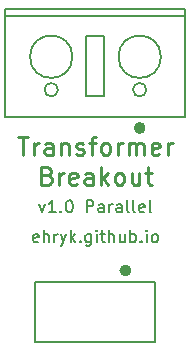
<source format=gbr>
G04 #@! TF.FileFunction,Legend,Top*
%FSLAX46Y46*%
G04 Gerber Fmt 4.6, Leading zero omitted, Abs format (unit mm)*
G04 Created by KiCad (PCBNEW 4.0.4-stable) date 12/11/17 19:52:28*
%MOMM*%
%LPD*%
G01*
G04 APERTURE LIST*
%ADD10C,0.100000*%
%ADD11C,0.500000*%
%ADD12C,0.250000*%
%ADD13C,0.150000*%
G04 APERTURE END LIST*
D10*
D11*
X150114000Y-106997500D02*
G75*
G03X150114000Y-106997500I-254000J0D01*
G01*
X151320500Y-94932500D02*
G75*
G03X151320500Y-94932500I-254000J0D01*
G01*
D12*
X143248572Y-98952857D02*
X143462858Y-99024286D01*
X143534286Y-99095714D01*
X143605715Y-99238571D01*
X143605715Y-99452857D01*
X143534286Y-99595714D01*
X143462858Y-99667143D01*
X143320000Y-99738571D01*
X142748572Y-99738571D01*
X142748572Y-98238571D01*
X143248572Y-98238571D01*
X143391429Y-98310000D01*
X143462858Y-98381429D01*
X143534286Y-98524286D01*
X143534286Y-98667143D01*
X143462858Y-98810000D01*
X143391429Y-98881429D01*
X143248572Y-98952857D01*
X142748572Y-98952857D01*
X144248572Y-99738571D02*
X144248572Y-98738571D01*
X144248572Y-99024286D02*
X144320000Y-98881429D01*
X144391429Y-98810000D01*
X144534286Y-98738571D01*
X144677143Y-98738571D01*
X145748571Y-99667143D02*
X145605714Y-99738571D01*
X145320000Y-99738571D01*
X145177143Y-99667143D01*
X145105714Y-99524286D01*
X145105714Y-98952857D01*
X145177143Y-98810000D01*
X145320000Y-98738571D01*
X145605714Y-98738571D01*
X145748571Y-98810000D01*
X145820000Y-98952857D01*
X145820000Y-99095714D01*
X145105714Y-99238571D01*
X147105714Y-99738571D02*
X147105714Y-98952857D01*
X147034285Y-98810000D01*
X146891428Y-98738571D01*
X146605714Y-98738571D01*
X146462857Y-98810000D01*
X147105714Y-99667143D02*
X146962857Y-99738571D01*
X146605714Y-99738571D01*
X146462857Y-99667143D01*
X146391428Y-99524286D01*
X146391428Y-99381429D01*
X146462857Y-99238571D01*
X146605714Y-99167143D01*
X146962857Y-99167143D01*
X147105714Y-99095714D01*
X147820000Y-99738571D02*
X147820000Y-98238571D01*
X147962857Y-99167143D02*
X148391428Y-99738571D01*
X148391428Y-98738571D02*
X147820000Y-99310000D01*
X149248572Y-99738571D02*
X149105714Y-99667143D01*
X149034286Y-99595714D01*
X148962857Y-99452857D01*
X148962857Y-99024286D01*
X149034286Y-98881429D01*
X149105714Y-98810000D01*
X149248572Y-98738571D01*
X149462857Y-98738571D01*
X149605714Y-98810000D01*
X149677143Y-98881429D01*
X149748572Y-99024286D01*
X149748572Y-99452857D01*
X149677143Y-99595714D01*
X149605714Y-99667143D01*
X149462857Y-99738571D01*
X149248572Y-99738571D01*
X151034286Y-98738571D02*
X151034286Y-99738571D01*
X150391429Y-98738571D02*
X150391429Y-99524286D01*
X150462857Y-99667143D01*
X150605715Y-99738571D01*
X150820000Y-99738571D01*
X150962857Y-99667143D01*
X151034286Y-99595714D01*
X151534286Y-98738571D02*
X152105715Y-98738571D01*
X151748572Y-98238571D02*
X151748572Y-99524286D01*
X151820000Y-99667143D01*
X151962858Y-99738571D01*
X152105715Y-99738571D01*
D13*
X142462858Y-104544762D02*
X142367620Y-104592381D01*
X142177143Y-104592381D01*
X142081905Y-104544762D01*
X142034286Y-104449524D01*
X142034286Y-104068571D01*
X142081905Y-103973333D01*
X142177143Y-103925714D01*
X142367620Y-103925714D01*
X142462858Y-103973333D01*
X142510477Y-104068571D01*
X142510477Y-104163810D01*
X142034286Y-104259048D01*
X142939048Y-104592381D02*
X142939048Y-103592381D01*
X143367620Y-104592381D02*
X143367620Y-104068571D01*
X143320001Y-103973333D01*
X143224763Y-103925714D01*
X143081905Y-103925714D01*
X142986667Y-103973333D01*
X142939048Y-104020952D01*
X143843810Y-104592381D02*
X143843810Y-103925714D01*
X143843810Y-104116190D02*
X143891429Y-104020952D01*
X143939048Y-103973333D01*
X144034286Y-103925714D01*
X144129525Y-103925714D01*
X144367620Y-103925714D02*
X144605715Y-104592381D01*
X144843811Y-103925714D02*
X144605715Y-104592381D01*
X144510477Y-104830476D01*
X144462858Y-104878095D01*
X144367620Y-104925714D01*
X145224763Y-104592381D02*
X145224763Y-103592381D01*
X145320001Y-104211429D02*
X145605716Y-104592381D01*
X145605716Y-103925714D02*
X145224763Y-104306667D01*
X146034287Y-104497143D02*
X146081906Y-104544762D01*
X146034287Y-104592381D01*
X145986668Y-104544762D01*
X146034287Y-104497143D01*
X146034287Y-104592381D01*
X146939049Y-103925714D02*
X146939049Y-104735238D01*
X146891430Y-104830476D01*
X146843811Y-104878095D01*
X146748572Y-104925714D01*
X146605715Y-104925714D01*
X146510477Y-104878095D01*
X146939049Y-104544762D02*
X146843811Y-104592381D01*
X146653334Y-104592381D01*
X146558096Y-104544762D01*
X146510477Y-104497143D01*
X146462858Y-104401905D01*
X146462858Y-104116190D01*
X146510477Y-104020952D01*
X146558096Y-103973333D01*
X146653334Y-103925714D01*
X146843811Y-103925714D01*
X146939049Y-103973333D01*
X147415239Y-104592381D02*
X147415239Y-103925714D01*
X147415239Y-103592381D02*
X147367620Y-103640000D01*
X147415239Y-103687619D01*
X147462858Y-103640000D01*
X147415239Y-103592381D01*
X147415239Y-103687619D01*
X147748572Y-103925714D02*
X148129524Y-103925714D01*
X147891429Y-103592381D02*
X147891429Y-104449524D01*
X147939048Y-104544762D01*
X148034286Y-104592381D01*
X148129524Y-104592381D01*
X148462858Y-104592381D02*
X148462858Y-103592381D01*
X148891430Y-104592381D02*
X148891430Y-104068571D01*
X148843811Y-103973333D01*
X148748573Y-103925714D01*
X148605715Y-103925714D01*
X148510477Y-103973333D01*
X148462858Y-104020952D01*
X149796192Y-103925714D02*
X149796192Y-104592381D01*
X149367620Y-103925714D02*
X149367620Y-104449524D01*
X149415239Y-104544762D01*
X149510477Y-104592381D01*
X149653335Y-104592381D01*
X149748573Y-104544762D01*
X149796192Y-104497143D01*
X150272382Y-104592381D02*
X150272382Y-103592381D01*
X150272382Y-103973333D02*
X150367620Y-103925714D01*
X150558097Y-103925714D01*
X150653335Y-103973333D01*
X150700954Y-104020952D01*
X150748573Y-104116190D01*
X150748573Y-104401905D01*
X150700954Y-104497143D01*
X150653335Y-104544762D01*
X150558097Y-104592381D01*
X150367620Y-104592381D01*
X150272382Y-104544762D01*
X151177144Y-104497143D02*
X151224763Y-104544762D01*
X151177144Y-104592381D01*
X151129525Y-104544762D01*
X151177144Y-104497143D01*
X151177144Y-104592381D01*
X151653334Y-104592381D02*
X151653334Y-103925714D01*
X151653334Y-103592381D02*
X151605715Y-103640000D01*
X151653334Y-103687619D01*
X151700953Y-103640000D01*
X151653334Y-103592381D01*
X151653334Y-103687619D01*
X152272381Y-104592381D02*
X152177143Y-104544762D01*
X152129524Y-104497143D01*
X152081905Y-104401905D01*
X152081905Y-104116190D01*
X152129524Y-104020952D01*
X152177143Y-103973333D01*
X152272381Y-103925714D01*
X152415239Y-103925714D01*
X152510477Y-103973333D01*
X152558096Y-104020952D01*
X152605715Y-104116190D01*
X152605715Y-104401905D01*
X152558096Y-104497143D01*
X152510477Y-104544762D01*
X152415239Y-104592381D01*
X152272381Y-104592381D01*
X142581904Y-101385714D02*
X142819999Y-102052381D01*
X143058095Y-101385714D01*
X143962857Y-102052381D02*
X143391428Y-102052381D01*
X143677142Y-102052381D02*
X143677142Y-101052381D01*
X143581904Y-101195238D01*
X143486666Y-101290476D01*
X143391428Y-101338095D01*
X144391428Y-101957143D02*
X144439047Y-102004762D01*
X144391428Y-102052381D01*
X144343809Y-102004762D01*
X144391428Y-101957143D01*
X144391428Y-102052381D01*
X145058094Y-101052381D02*
X145153333Y-101052381D01*
X145248571Y-101100000D01*
X145296190Y-101147619D01*
X145343809Y-101242857D01*
X145391428Y-101433333D01*
X145391428Y-101671429D01*
X145343809Y-101861905D01*
X145296190Y-101957143D01*
X145248571Y-102004762D01*
X145153333Y-102052381D01*
X145058094Y-102052381D01*
X144962856Y-102004762D01*
X144915237Y-101957143D01*
X144867618Y-101861905D01*
X144819999Y-101671429D01*
X144819999Y-101433333D01*
X144867618Y-101242857D01*
X144915237Y-101147619D01*
X144962856Y-101100000D01*
X145058094Y-101052381D01*
X146581904Y-102052381D02*
X146581904Y-101052381D01*
X146962857Y-101052381D01*
X147058095Y-101100000D01*
X147105714Y-101147619D01*
X147153333Y-101242857D01*
X147153333Y-101385714D01*
X147105714Y-101480952D01*
X147058095Y-101528571D01*
X146962857Y-101576190D01*
X146581904Y-101576190D01*
X148010476Y-102052381D02*
X148010476Y-101528571D01*
X147962857Y-101433333D01*
X147867619Y-101385714D01*
X147677142Y-101385714D01*
X147581904Y-101433333D01*
X148010476Y-102004762D02*
X147915238Y-102052381D01*
X147677142Y-102052381D01*
X147581904Y-102004762D01*
X147534285Y-101909524D01*
X147534285Y-101814286D01*
X147581904Y-101719048D01*
X147677142Y-101671429D01*
X147915238Y-101671429D01*
X148010476Y-101623810D01*
X148486666Y-102052381D02*
X148486666Y-101385714D01*
X148486666Y-101576190D02*
X148534285Y-101480952D01*
X148581904Y-101433333D01*
X148677142Y-101385714D01*
X148772381Y-101385714D01*
X149534286Y-102052381D02*
X149534286Y-101528571D01*
X149486667Y-101433333D01*
X149391429Y-101385714D01*
X149200952Y-101385714D01*
X149105714Y-101433333D01*
X149534286Y-102004762D02*
X149439048Y-102052381D01*
X149200952Y-102052381D01*
X149105714Y-102004762D01*
X149058095Y-101909524D01*
X149058095Y-101814286D01*
X149105714Y-101719048D01*
X149200952Y-101671429D01*
X149439048Y-101671429D01*
X149534286Y-101623810D01*
X150153333Y-102052381D02*
X150058095Y-102004762D01*
X150010476Y-101909524D01*
X150010476Y-101052381D01*
X150677143Y-102052381D02*
X150581905Y-102004762D01*
X150534286Y-101909524D01*
X150534286Y-101052381D01*
X151439049Y-102004762D02*
X151343811Y-102052381D01*
X151153334Y-102052381D01*
X151058096Y-102004762D01*
X151010477Y-101909524D01*
X151010477Y-101528571D01*
X151058096Y-101433333D01*
X151153334Y-101385714D01*
X151343811Y-101385714D01*
X151439049Y-101433333D01*
X151486668Y-101528571D01*
X151486668Y-101623810D01*
X151010477Y-101719048D01*
X152058096Y-102052381D02*
X151962858Y-102004762D01*
X151915239Y-101909524D01*
X151915239Y-101052381D01*
D12*
X140784286Y-95698571D02*
X141641429Y-95698571D01*
X141212858Y-97198571D02*
X141212858Y-95698571D01*
X142141429Y-97198571D02*
X142141429Y-96198571D01*
X142141429Y-96484286D02*
X142212857Y-96341429D01*
X142284286Y-96270000D01*
X142427143Y-96198571D01*
X142570000Y-96198571D01*
X143712857Y-97198571D02*
X143712857Y-96412857D01*
X143641428Y-96270000D01*
X143498571Y-96198571D01*
X143212857Y-96198571D01*
X143070000Y-96270000D01*
X143712857Y-97127143D02*
X143570000Y-97198571D01*
X143212857Y-97198571D01*
X143070000Y-97127143D01*
X142998571Y-96984286D01*
X142998571Y-96841429D01*
X143070000Y-96698571D01*
X143212857Y-96627143D01*
X143570000Y-96627143D01*
X143712857Y-96555714D01*
X144427143Y-96198571D02*
X144427143Y-97198571D01*
X144427143Y-96341429D02*
X144498571Y-96270000D01*
X144641429Y-96198571D01*
X144855714Y-96198571D01*
X144998571Y-96270000D01*
X145070000Y-96412857D01*
X145070000Y-97198571D01*
X145712857Y-97127143D02*
X145855714Y-97198571D01*
X146141429Y-97198571D01*
X146284286Y-97127143D01*
X146355714Y-96984286D01*
X146355714Y-96912857D01*
X146284286Y-96770000D01*
X146141429Y-96698571D01*
X145927143Y-96698571D01*
X145784286Y-96627143D01*
X145712857Y-96484286D01*
X145712857Y-96412857D01*
X145784286Y-96270000D01*
X145927143Y-96198571D01*
X146141429Y-96198571D01*
X146284286Y-96270000D01*
X146784286Y-96198571D02*
X147355715Y-96198571D01*
X146998572Y-97198571D02*
X146998572Y-95912857D01*
X147070000Y-95770000D01*
X147212858Y-95698571D01*
X147355715Y-95698571D01*
X148070001Y-97198571D02*
X147927143Y-97127143D01*
X147855715Y-97055714D01*
X147784286Y-96912857D01*
X147784286Y-96484286D01*
X147855715Y-96341429D01*
X147927143Y-96270000D01*
X148070001Y-96198571D01*
X148284286Y-96198571D01*
X148427143Y-96270000D01*
X148498572Y-96341429D01*
X148570001Y-96484286D01*
X148570001Y-96912857D01*
X148498572Y-97055714D01*
X148427143Y-97127143D01*
X148284286Y-97198571D01*
X148070001Y-97198571D01*
X149212858Y-97198571D02*
X149212858Y-96198571D01*
X149212858Y-96484286D02*
X149284286Y-96341429D01*
X149355715Y-96270000D01*
X149498572Y-96198571D01*
X149641429Y-96198571D01*
X150141429Y-97198571D02*
X150141429Y-96198571D01*
X150141429Y-96341429D02*
X150212857Y-96270000D01*
X150355715Y-96198571D01*
X150570000Y-96198571D01*
X150712857Y-96270000D01*
X150784286Y-96412857D01*
X150784286Y-97198571D01*
X150784286Y-96412857D02*
X150855715Y-96270000D01*
X150998572Y-96198571D01*
X151212857Y-96198571D01*
X151355715Y-96270000D01*
X151427143Y-96412857D01*
X151427143Y-97198571D01*
X152712857Y-97127143D02*
X152570000Y-97198571D01*
X152284286Y-97198571D01*
X152141429Y-97127143D01*
X152070000Y-96984286D01*
X152070000Y-96412857D01*
X152141429Y-96270000D01*
X152284286Y-96198571D01*
X152570000Y-96198571D01*
X152712857Y-96270000D01*
X152784286Y-96412857D01*
X152784286Y-96555714D01*
X152070000Y-96698571D01*
X153427143Y-97198571D02*
X153427143Y-96198571D01*
X153427143Y-96484286D02*
X153498571Y-96341429D01*
X153570000Y-96270000D01*
X153712857Y-96198571D01*
X153855714Y-96198571D01*
D13*
X154940000Y-93726000D02*
X154940000Y-93980000D01*
X139700000Y-93726000D02*
X139700000Y-93980000D01*
X139700000Y-85471000D02*
X154940000Y-85471000D01*
X154940000Y-84836000D02*
X139700000Y-84836000D01*
X139700000Y-84836000D02*
X139700000Y-93726000D01*
X139700000Y-93980000D02*
X154940000Y-93980000D01*
X154940000Y-93726000D02*
X154940000Y-84836000D01*
X146558000Y-87122000D02*
X148082000Y-87122000D01*
X148082000Y-87122000D02*
X148082000Y-92202000D01*
X148082000Y-92202000D02*
X146558000Y-92202000D01*
X146558000Y-92202000D02*
X146558000Y-87122000D01*
X151634461Y-91694000D02*
G75*
G03X151634461Y-91694000I-567961J0D01*
G01*
X144141461Y-91694000D02*
G75*
G03X144141461Y-91694000I-567961J0D01*
G01*
X145369551Y-88900000D02*
G75*
G03X145369551Y-88900000I-1796051J0D01*
G01*
X152862551Y-88900000D02*
G75*
G03X152862551Y-88900000I-1796051J0D01*
G01*
X152400000Y-113030000D02*
X142240000Y-113030000D01*
X142240000Y-113030000D02*
X142240000Y-107950000D01*
X142240000Y-107950000D02*
X152400000Y-107950000D01*
X152400000Y-107950000D02*
X152400000Y-113030000D01*
M02*

</source>
